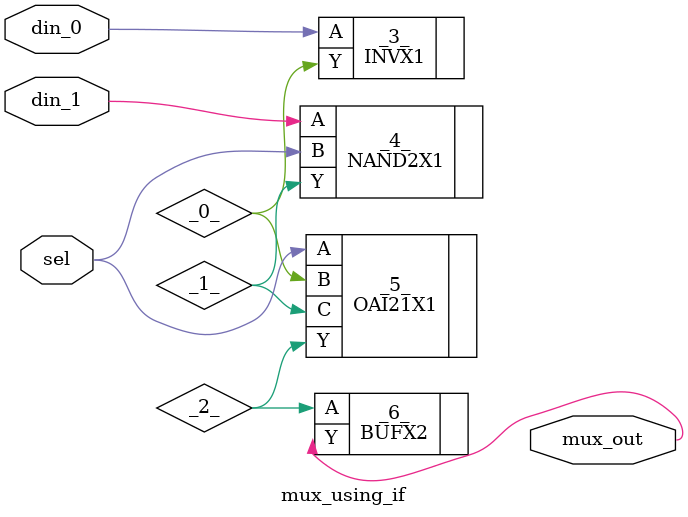
<source format=v>
/* Verilog module written by vlog2Verilog (qflow) */
/* With bit-blasted vectors */
/* With power connections converted to binary 1, 0 */

module mux_using_if(
    input din_0,
    input din_1,
    output mux_out,
    input sel
);

wire _1_ ;
wire _0_ ;
wire mux_out ;
wire din_0 ;
wire din_1 ;
wire _2_ ;
wire sel ;

NAND2X1 _4_ (
    .A(din_1),
    .B(sel),
    .Y(_1_)
);

BUFX2 _6_ (
    .A(_2_),
    .Y(mux_out)
);

INVX1 _3_ (
    .A(din_0),
    .Y(_0_)
);

OAI21X1 _5_ (
    .A(sel),
    .B(_0_),
    .C(_1_),
    .Y(_2_)
);

endmodule

</source>
